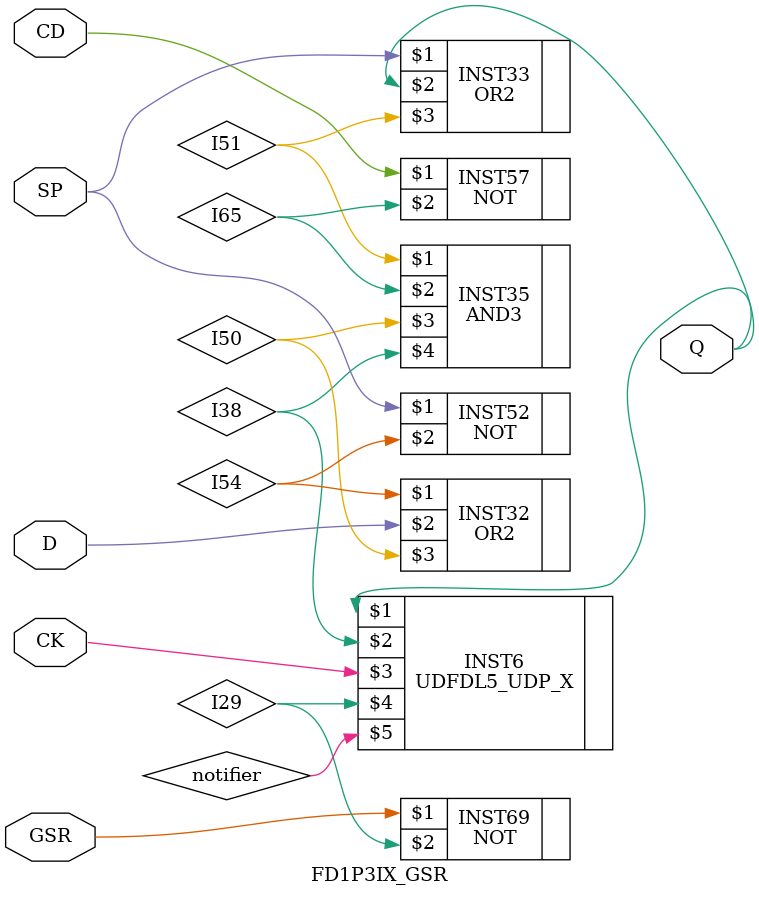
<source format=v>
`resetall
`timescale 1 ns / 100 ps

`celldefine
module FD1P3IX_GSR (D, SP, CK, CD, GSR, Q);
input  D, SP, CK, CD, GSR;
output Q;
reg notifier;

NOT  INST69 (GSR, I29);
OR2  INST32 (I54,D,I50);
OR2  INST33 (SP,Q,I51);
AND3 INST35 (I51,I65,I50,I38);
NOT  INST52 (SP,I54);
NOT  INST57 (CD,I65);
UDFDL5_UDP_X INST6 (Q, I38, CK, I29, notifier);

endmodule

`endcelldefine

</source>
